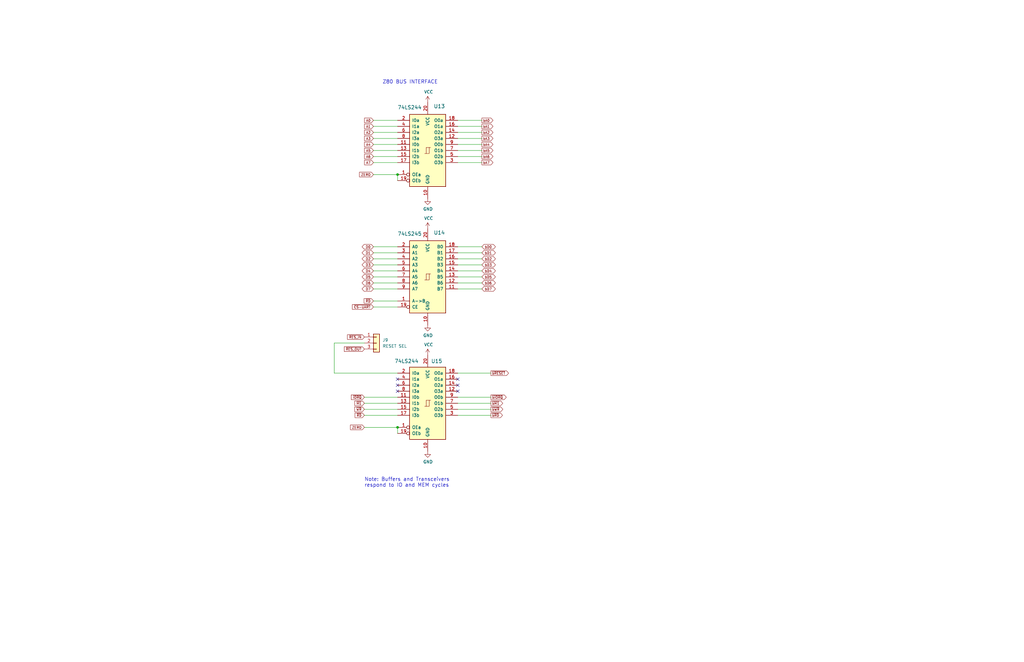
<source format=kicad_sch>
(kicad_sch (version 20211123) (generator eeschema)
  (paper "B")
  (lib_symbols
    (symbol "74xx:74LS244" (pin_names (offset 1.016))
      (property "Reference" "U" (at -7.62 16.51 0))
      (property "Value" "74LS244" (at -7.62 -16.51 0))
      (symbol "74LS244_1_0"
        (polyline (pts (xy -0.635 -1.27) (xy -0.635 1.27) (xy 0.635 1.27)))
        (polyline (pts (xy -1.27 -1.27) (xy 0.635 -1.27) (xy 0.635 1.27) (xy 1.27 1.27)))
        (pin input inverted (at -12.7 -10.16 0) (length 5.08) (name "OEa") (number "1"))
        (pin power_in line (at 0 -20.32 90) (length 5.08) (name "GND") (number "10"))
        (pin input line (at -12.7 2.54 0) (length 5.08) (name "I0b") (number "11"))
        (pin tri_state line (at 12.7 5.08 180) (length 5.08) (name "O3a") (number "12"))
        (pin input line (at -12.7 0 0) (length 5.08) (name "I1b") (number "13"))
        (pin tri_state line (at 12.7 7.62 180) (length 5.08) (name "O2a") (number "14"))
        (pin input line (at -12.7 -2.54 0) (length 5.08) (name "I2b") (number "15"))
        (pin tri_state line (at 12.7 10.16 180) (length 5.08) (name "O1a") (number "16"))
        (pin input line (at -12.7 -5.08 0) (length 5.08) (name "I3b") (number "17"))
        (pin tri_state line (at 12.7 12.7 180) (length 5.08) (name "O0a") (number "18"))
        (pin input inverted (at -12.7 -12.7 0) (length 5.08) (name "OEb") (number "19"))
        (pin input line (at -12.7 12.7 0) (length 5.08) (name "I0a") (number "2"))
        (pin power_in line (at 0 20.32 270) (length 5.08) (name "VCC") (number "20"))
        (pin tri_state line (at 12.7 -5.08 180) (length 5.08) (name "O3b") (number "3"))
        (pin input line (at -12.7 10.16 0) (length 5.08) (name "I1a") (number "4"))
        (pin tri_state line (at 12.7 -2.54 180) (length 5.08) (name "O2b") (number "5"))
        (pin input line (at -12.7 7.62 0) (length 5.08) (name "I2a") (number "6"))
        (pin tri_state line (at 12.7 0 180) (length 5.08) (name "O1b") (number "7"))
        (pin input line (at -12.7 5.08 0) (length 5.08) (name "I3a") (number "8"))
        (pin tri_state line (at 12.7 2.54 180) (length 5.08) (name "O0b") (number "9"))
      )
      (symbol "74LS244_1_1"
        (rectangle (start -7.62 15.24) (end 7.62 -15.24) (stroke (width 0.254)) (fill (type background)))
      )
    )
    (symbol "74xx:74LS245" (pin_names (offset 1.016))
      (property "Reference" "U" (at -7.62 16.51 0))
      (property "Value" "74LS245" (at -7.62 -16.51 0))
      (symbol "74LS245_1_0"
        (polyline (pts (xy -0.635 -1.27) (xy -0.635 1.27) (xy 0.635 1.27)))
        (polyline (pts (xy -1.27 -1.27) (xy 0.635 -1.27) (xy 0.635 1.27) (xy 1.27 1.27)))
        (pin input line (at -12.7 -10.16 0) (length 5.08) (name "A->B") (number "1"))
        (pin power_in line (at 0 -20.32 90) (length 5.08) (name "GND") (number "10"))
        (pin tri_state line (at 12.7 -5.08 180) (length 5.08) (name "B7") (number "11"))
        (pin tri_state line (at 12.7 -2.54 180) (length 5.08) (name "B6") (number "12"))
        (pin tri_state line (at 12.7 0 180) (length 5.08) (name "B5") (number "13"))
        (pin tri_state line (at 12.7 2.54 180) (length 5.08) (name "B4") (number "14"))
        (pin tri_state line (at 12.7 5.08 180) (length 5.08) (name "B3") (number "15"))
        (pin tri_state line (at 12.7 7.62 180) (length 5.08) (name "B2") (number "16"))
        (pin tri_state line (at 12.7 10.16 180) (length 5.08) (name "B1") (number "17"))
        (pin tri_state line (at 12.7 12.7 180) (length 5.08) (name "B0") (number "18"))
        (pin input inverted (at -12.7 -12.7 0) (length 5.08) (name "CE") (number "19"))
        (pin tri_state line (at -12.7 12.7 0) (length 5.08) (name "A0") (number "2"))
        (pin power_in line (at 0 20.32 270) (length 5.08) (name "VCC") (number "20"))
        (pin tri_state line (at -12.7 10.16 0) (length 5.08) (name "A1") (number "3"))
        (pin tri_state line (at -12.7 7.62 0) (length 5.08) (name "A2") (number "4"))
        (pin tri_state line (at -12.7 5.08 0) (length 5.08) (name "A3") (number "5"))
        (pin tri_state line (at -12.7 2.54 0) (length 5.08) (name "A4") (number "6"))
        (pin tri_state line (at -12.7 0 0) (length 5.08) (name "A5") (number "7"))
        (pin tri_state line (at -12.7 -2.54 0) (length 5.08) (name "A6") (number "8"))
        (pin tri_state line (at -12.7 -5.08 0) (length 5.08) (name "A7") (number "9"))
      )
      (symbol "74LS245_1_1"
        (rectangle (start -7.62 15.24) (end 7.62 -15.24) (stroke (width 0.254)) (fill (type background)))
      )
    )
    (symbol "Connector_Generic:Conn_01x03" (pin_names (offset 1.016) hide)
      (property "Reference" "J" (at 0 5.08 0))
      (property "Value" "Conn_01x03" (at 0 -5.08 0))
      (symbol "Conn_01x03_1_1"
        (rectangle (start -1.27 -2.413) (end 0 -2.667) (stroke (width 0.1524)))
        (rectangle (start -1.27 0.127) (end 0 -0.127) (stroke (width 0.1524)))
        (rectangle (start -1.27 2.667) (end 0 2.413) (stroke (width 0.1524)))
        (rectangle (start -1.27 3.81) (end 1.27 -3.81) (stroke (width 0.254)) (fill (type background)))
        (pin passive line (at -5.08 2.54 0) (length 3.81) (name "Pin_1") (number "1"))
        (pin passive line (at -5.08 0 0) (length 3.81) (name "Pin_2") (number "2"))
        (pin passive line (at -5.08 -2.54 0) (length 3.81) (name "Pin_3") (number "3"))
      )
    )
    (symbol "power:GND" (power) (pin_names (offset 0))
      (property "Value" "GND" (at 0 -3.81 0))
      (symbol "GND_0_1"
        (polyline (pts (xy 0 0) (xy 0 -1.27) (xy 1.27 -1.27) (xy 0 -2.54) (xy -1.27 -1.27) (xy 0 -1.27)))
      )
      (symbol "GND_1_1"
        (pin power_in line (at 0 0 270) (length 0) hide (name "GND") (number "1"))
      )
    )
    (symbol "power:VCC" (power) (pin_names (offset 0))
      (property "Value" "VCC" (at 0 3.81 0))
      (symbol "VCC_0_1"
        (polyline (pts (xy -0.762 1.27) (xy 0 2.54)))
        (polyline (pts (xy 0 0) (xy 0 2.54)))
        (polyline (pts (xy 0 2.54) (xy 0.762 1.27)))
      )
      (symbol "VCC_1_1"
        (pin power_in line (at 0 0 90) (length 0) hide (name "VCC") (number "1"))
      )
    )
  )
  (junction (at 167.64 180.34))
  (junction (at 167.64 73.66))
  (no_connect (at 167.64 162.56))
  (no_connect (at 167.64 160.02))
  (no_connect (at 193.04 160.02))
  (no_connect (at 193.04 165.1))
  (no_connect (at 193.04 162.56))
  (no_connect (at 167.64 165.1))
  (wire (pts (xy 193.04 60.96) (xy 203.2 60.96)))
  (wire (pts (xy 193.04 167.64) (xy 207.01 167.64)))
  (wire (pts (xy 193.04 104.14) (xy 203.2 104.14)))
  (wire (pts (xy 157.48 119.38) (xy 167.64 119.38)))
  (wire (pts (xy 193.04 66.04) (xy 203.2 66.04)))
  (wire (pts (xy 167.64 180.34) (xy 167.64 182.88)))
  (wire (pts (xy 153.67 170.18) (xy 167.64 170.18)))
  (wire (pts (xy 157.48 127) (xy 167.64 127)))
  (wire (pts (xy 157.48 63.5) (xy 167.64 63.5)))
  (wire (pts (xy 157.48 106.68) (xy 167.64 106.68)))
  (wire (pts (xy 157.48 53.34) (xy 167.64 53.34)))
  (wire (pts (xy 193.04 68.58) (xy 203.2 68.58)))
  (wire (pts (xy 157.48 116.84) (xy 167.64 116.84)))
  (wire (pts (xy 193.04 157.48) (xy 207.01 157.48)))
  (wire (pts (xy 157.48 66.04) (xy 167.64 66.04)))
  (wire (pts (xy 157.48 68.58) (xy 167.64 68.58)))
  (wire (pts (xy 157.48 104.14) (xy 167.64 104.14)))
  (wire (pts (xy 157.48 109.22) (xy 167.64 109.22)))
  (wire (pts (xy 193.04 111.76) (xy 203.2 111.76)))
  (wire (pts (xy 157.48 114.3) (xy 167.64 114.3)))
  (wire (pts (xy 193.04 50.8) (xy 203.2 50.8)))
  (wire (pts (xy 153.67 167.64) (xy 167.64 167.64)))
  (wire (pts (xy 157.48 55.88) (xy 167.64 55.88)))
  (wire (pts (xy 193.04 106.68) (xy 203.2 106.68)))
  (wire (pts (xy 193.04 175.26) (xy 207.01 175.26)))
  (wire (pts (xy 157.48 121.92) (xy 167.64 121.92)))
  (wire (pts (xy 157.48 50.8) (xy 167.64 50.8)))
  (wire (pts (xy 157.48 58.42) (xy 167.64 58.42)))
  (wire (pts (xy 140.97 157.48) (xy 167.64 157.48)))
  (wire (pts (xy 193.04 121.92) (xy 203.2 121.92)))
  (wire (pts (xy 193.04 116.84) (xy 203.2 116.84)))
  (wire (pts (xy 153.67 172.72) (xy 167.64 172.72)))
  (wire (pts (xy 153.67 180.34) (xy 167.64 180.34)))
  (wire (pts (xy 157.48 129.54) (xy 167.64 129.54)))
  (wire (pts (xy 140.97 144.78) (xy 140.97 157.48)))
  (wire (pts (xy 193.04 55.88) (xy 203.2 55.88)))
  (wire (pts (xy 193.04 172.72) (xy 207.01 172.72)))
  (wire (pts (xy 157.48 60.96) (xy 167.64 60.96)))
  (wire (pts (xy 193.04 53.34) (xy 203.2 53.34)))
  (wire (pts (xy 193.04 109.22) (xy 203.2 109.22)))
  (wire (pts (xy 157.48 111.76) (xy 167.64 111.76)))
  (wire (pts (xy 193.04 114.3) (xy 203.2 114.3)))
  (wire (pts (xy 140.97 144.78) (xy 153.67 144.78)))
  (wire (pts (xy 167.64 76.2) (xy 167.64 73.66)))
  (wire (pts (xy 157.48 73.66) (xy 167.64 73.66)))
  (wire (pts (xy 153.67 175.26) (xy 167.64 175.26)))
  (wire (pts (xy 193.04 63.5) (xy 203.2 63.5)))
  (wire (pts (xy 193.04 119.38) (xy 203.2 119.38)))
  (wire (pts (xy 193.04 58.42) (xy 203.2 58.42)))
  (wire (pts (xy 193.04 170.18) (xy 207.01 170.18)))
  (text "Z80 BUS INTERFACE" (at 161.29 35.56 0) (effects (font (size 1.524 1.524)) (justify left bottom)))
  (text "Note: Buffers and Transceivers\nrespond to IO and MEM cycles" (at 153.67 205.74 0) (effects (font (size 1.524 1.524)) (justify left bottom)))
  (global_label "bD5" (shape bidirectional) (at 203.2 116.84 0) (effects (font (size 1.016 1.016))) (property "Intersheet References" "${INTERSHEET_REFS}" (effects hide)))
  (global_label "~{RES_OUT}" (shape input) (at 153.67 147.32 180) (effects (font (size 1.016 1.016))) (property "Intersheet References" "${INTERSHEET_REFS}" (effects hide)))
  (global_label "bA4" (shape output) (at 203.2 60.96 0) (effects (font (size 1.016 1.016))) (property "Intersheet References" "${INTERSHEET_REFS}" (effects hide)))
  (global_label "D4" (shape bidirectional) (at 157.48 114.3 180) (effects (font (size 1.016 1.016))) (property "Intersheet References" "${INTERSHEET_REFS}" (effects hide)))
  (global_label "~{RES_IN}" (shape input) (at 153.67 142.24 180) (effects (font (size 1.016 1.016))) (property "Intersheet References" "${INTERSHEET_REFS}" (effects hide)))
  (global_label "~{bWR}" (shape output) (at 207.01 172.72 0) (effects (font (size 1.016 1.016))) (property "Intersheet References" "${INTERSHEET_REFS}" (effects hide)))
  (global_label "~{bRESET}" (shape output) (at 207.01 157.48 0) (effects (font (size 1.016 1.016))) (property "Intersheet References" "${INTERSHEET_REFS}" (effects hide)))
  (global_label "~{bIORQ}" (shape output) (at 207.01 167.64 0) (effects (font (size 1.016 1.016))) (property "Intersheet References" "${INTERSHEET_REFS}" (effects hide)))
  (global_label "~{WR}" (shape input) (at 153.67 172.72 180) (effects (font (size 1.016 1.016))) (property "Intersheet References" "${INTERSHEET_REFS}" (effects hide)))
  (global_label "bA3" (shape output) (at 203.2 58.42 0) (effects (font (size 1.016 1.016))) (property "Intersheet References" "${INTERSHEET_REFS}" (effects hide)))
  (global_label "D3" (shape bidirectional) (at 157.48 111.76 180) (effects (font (size 1.016 1.016))) (property "Intersheet References" "${INTERSHEET_REFS}" (effects hide)))
  (global_label "ZERO" (shape input) (at 153.67 180.34 180) (effects (font (size 1.016 1.016))) (property "Intersheet References" "${INTERSHEET_REFS}" (effects hide)))
  (global_label "bD2" (shape bidirectional) (at 203.2 109.22 0) (effects (font (size 1.016 1.016))) (property "Intersheet References" "${INTERSHEET_REFS}" (effects hide)))
  (global_label "~{CS-UART}" (shape input) (at 157.48 129.54 180) (effects (font (size 1.016 1.016))) (property "Intersheet References" "${INTERSHEET_REFS}" (effects hide)))
  (global_label "A7" (shape input) (at 157.48 68.58 180) (effects (font (size 1.016 1.016))) (property "Intersheet References" "${INTERSHEET_REFS}" (effects hide)))
  (global_label "A1" (shape input) (at 157.48 53.34 180) (effects (font (size 1.016 1.016))) (property "Intersheet References" "${INTERSHEET_REFS}" (effects hide)))
  (global_label "bD7" (shape bidirectional) (at 203.2 121.92 0) (effects (font (size 1.016 1.016))) (property "Intersheet References" "${INTERSHEET_REFS}" (effects hide)))
  (global_label "D6" (shape bidirectional) (at 157.48 119.38 180) (effects (font (size 1.016 1.016))) (property "Intersheet References" "${INTERSHEET_REFS}" (effects hide)))
  (global_label "~{bRD}" (shape output) (at 207.01 175.26 0) (effects (font (size 1.016 1.016))) (property "Intersheet References" "${INTERSHEET_REFS}" (effects hide)))
  (global_label "ZERO" (shape input) (at 157.48 73.66 180) (effects (font (size 1.016 1.016))) (property "Intersheet References" "${INTERSHEET_REFS}" (effects hide)))
  (global_label "~{IORQ}" (shape input) (at 153.67 167.64 180) (effects (font (size 1.016 1.016))) (property "Intersheet References" "${INTERSHEET_REFS}" (effects hide)))
  (global_label "bA0" (shape output) (at 203.2 50.8 0) (effects (font (size 1.016 1.016))) (property "Intersheet References" "${INTERSHEET_REFS}" (effects hide)))
  (global_label "~{M1}" (shape input) (at 153.67 170.18 180) (effects (font (size 1.016 1.016))) (property "Intersheet References" "${INTERSHEET_REFS}" (effects hide)))
  (global_label "D1" (shape bidirectional) (at 157.48 106.68 180) (effects (font (size 1.016 1.016))) (property "Intersheet References" "${INTERSHEET_REFS}" (effects hide)))
  (global_label "bA6" (shape output) (at 203.2 66.04 0) (effects (font (size 1.016 1.016))) (property "Intersheet References" "${INTERSHEET_REFS}" (effects hide)))
  (global_label "D5" (shape bidirectional) (at 157.48 116.84 180) (effects (font (size 1.016 1.016))) (property "Intersheet References" "${INTERSHEET_REFS}" (effects hide)))
  (global_label "bD3" (shape bidirectional) (at 203.2 111.76 0) (effects (font (size 1.016 1.016))) (property "Intersheet References" "${INTERSHEET_REFS}" (effects hide)))
  (global_label "A2" (shape input) (at 157.48 55.88 180) (effects (font (size 1.016 1.016))) (property "Intersheet References" "${INTERSHEET_REFS}" (effects hide)))
  (global_label "A4" (shape input) (at 157.48 60.96 180) (effects (font (size 1.016 1.016))) (property "Intersheet References" "${INTERSHEET_REFS}" (effects hide)))
  (global_label "D2" (shape bidirectional) (at 157.48 109.22 180) (effects (font (size 1.016 1.016))) (property "Intersheet References" "${INTERSHEET_REFS}" (effects hide)))
  (global_label "bA2" (shape output) (at 203.2 55.88 0) (effects (font (size 1.016 1.016))) (property "Intersheet References" "${INTERSHEET_REFS}" (effects hide)))
  (global_label "bA1" (shape output) (at 203.2 53.34 0) (effects (font (size 1.016 1.016))) (property "Intersheet References" "${INTERSHEET_REFS}" (effects hide)))
  (global_label "bA7" (shape output) (at 203.2 68.58 0) (effects (font (size 1.016 1.016))) (property "Intersheet References" "${INTERSHEET_REFS}" (effects hide)))
  (global_label "bD4" (shape bidirectional) (at 203.2 114.3 0) (effects (font (size 1.016 1.016))) (property "Intersheet References" "${INTERSHEET_REFS}" (effects hide)))
  (global_label "D7" (shape bidirectional) (at 157.48 121.92 180) (effects (font (size 1.016 1.016))) (property "Intersheet References" "${INTERSHEET_REFS}" (effects hide)))
  (global_label "~{RD}" (shape input) (at 157.48 127 180) (effects (font (size 1.016 1.016))) (property "Intersheet References" "${INTERSHEET_REFS}" (effects hide)))
  (global_label "~{RD}" (shape input) (at 153.67 175.26 180) (effects (font (size 1.016 1.016))) (property "Intersheet References" "${INTERSHEET_REFS}" (effects hide)))
  (global_label "A3" (shape input) (at 157.48 58.42 180) (effects (font (size 1.016 1.016))) (property "Intersheet References" "${INTERSHEET_REFS}" (effects hide)))
  (global_label "bD1" (shape bidirectional) (at 203.2 106.68 0) (effects (font (size 1.016 1.016))) (property "Intersheet References" "${INTERSHEET_REFS}" (effects hide)))
  (global_label "A6" (shape input) (at 157.48 66.04 180) (effects (font (size 1.016 1.016))) (property "Intersheet References" "${INTERSHEET_REFS}" (effects hide)))
  (global_label "~{bM1}" (shape output) (at 207.01 170.18 0) (effects (font (size 1.016 1.016))) (property "Intersheet References" "${INTERSHEET_REFS}" (effects hide)))
  (global_label "bD6" (shape bidirectional) (at 203.2 119.38 0) (effects (font (size 1.016 1.016))) (property "Intersheet References" "${INTERSHEET_REFS}" (effects hide)))
  (global_label "bA5" (shape output) (at 203.2 63.5 0) (effects (font (size 1.016 1.016))) (property "Intersheet References" "${INTERSHEET_REFS}" (effects hide)))
  (global_label "A5" (shape input) (at 157.48 63.5 180) (effects (font (size 1.016 1.016))) (property "Intersheet References" "${INTERSHEET_REFS}" (effects hide)))
  (global_label "D0" (shape bidirectional) (at 157.48 104.14 180) (effects (font (size 1.016 1.016))) (property "Intersheet References" "${INTERSHEET_REFS}" (effects hide)))
  (global_label "A0" (shape input) (at 157.48 50.8 180) (effects (font (size 1.016 1.016))) (property "Intersheet References" "${INTERSHEET_REFS}" (effects hide)))
  (global_label "bD0" (shape bidirectional) (at 203.2 104.14 0) (effects (font (size 1.016 1.016))) (property "Intersheet References" "${INTERSHEET_REFS}" (effects hide)))
  (symbol (lib_id "74xx:74LS245") (at 180.34 116.84 0) (unit 1)
    (property "Reference" "U14" (at 182.88 99.06 0) (effects (font (size 1.524 1.524)) (justify left bottom)))
    (property "Value" "74LS245" (at 167.64 97.79 0) (effects (font (size 1.524 1.524)) (justify left top)))
    (property "Footprint" "Package_DIP:DIP-20_W7.62mm" (effects hide))
    (property "Datasheet" "http://www.ti.com/lit/gpn/sn74LS245" (effects hide))
  )
  (symbol (lib_id "power:VCC") (at 180.34 43.18 0) (unit 1)
    (property "Reference" "#PWR037" (effects hide))
    (property "Value" "VCC" (at 180.721 38.7858 0))
  )
  (symbol (lib_id "power:GND") (at 180.34 83.82 0) (unit 1)
    (property "Reference" "#PWR038" (effects hide))
    (property "Value" "GND" (at 180.467 88.2142 0))
  )
  (symbol (lib_id "power:VCC") (at 180.34 96.52 0) (unit 1)
    (property "Reference" "#PWR039" (effects hide))
    (property "Value" "VCC" (at 180.721 92.1258 0))
  )
  (symbol (lib_id "power:VCC") (at 180.34 149.86 0) (unit 1)
    (property "Reference" "#PWR041" (effects hide))
    (property "Value" "VCC" (at 180.721 145.4658 0))
  )
  (symbol (lib_id "power:GND") (at 180.34 137.16 0) (unit 1)
    (property "Reference" "#PWR040" (effects hide))
    (property "Value" "GND" (at 180.467 141.5542 0))
  )
  (symbol (lib_id "power:GND") (at 180.34 190.5 0) (unit 1)
    (property "Reference" "#PWR042" (effects hide))
    (property "Value" "GND" (at 180.467 194.8942 0))
  )
  (symbol (lib_id "74xx:74LS244") (at 180.34 170.18 0) (unit 1)
    (property "Reference" "U15" (at 184.15 152.4 0) (effects (font (size 1.524 1.524))))
    (property "Value" "74LS244" (at 171.45 152.4 0) (effects (font (size 1.524 1.524))))
    (property "Footprint" "Package_DIP:DIP-20_W7.62mm" (effects hide))
    (property "Datasheet" "http://www.ti.com/lit/ds/symlink/sn74ls244.pdf" (effects hide))
  )
  (symbol (lib_id "74xx:74LS244") (at 180.34 63.5 0) (unit 1)
    (property "Reference" "U13" (at 182.88 45.72 0) (effects (font (size 1.524 1.524)) (justify left bottom)))
    (property "Value" "74LS244" (at 167.64 44.45 0) (effects (font (size 1.524 1.524)) (justify left top)))
    (property "Footprint" "Package_DIP:DIP-20_W7.62mm" (effects hide))
    (property "Datasheet" "http://www.ti.com/lit/ds/symlink/sn74ls244.pdf" (effects hide))
  )
  (symbol (lib_id "Connector_Generic:Conn_01x03") (at 158.75 144.78 0) (unit 1)
    (property "Reference" "J9" (at 161.29 143.5099 0) (effects (justify left)))
    (property "Value" "RESET SEL" (at 161.29 146.0499 0) (effects (justify left)))
    (property "Footprint" "Connector_PinHeader_2.54mm:PinHeader_1x03_P2.54mm_Vertical" (effects hide))
  )
)
</source>
